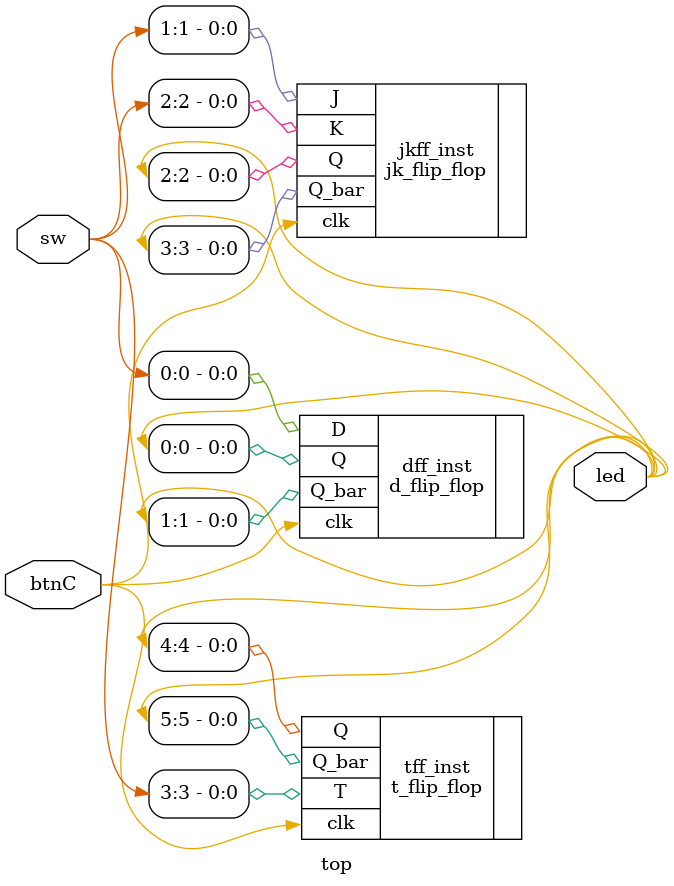
<source format=v>
module top(
    input [3:0] sw,
    input btnC,
    output [5:0] led
);
    // D Flip-Flop
    d_flip_flop dff_inst(
        .D(sw[0]),
        .clk(btnC),
        .Q(led[0]),
        .Q_bar(led[1])
    );

    // JK Flip-Flop
    jk_flip_flop jkff_inst(
        .J(sw[1]),
        .K(sw[2]),
        .clk(btnC),
        .Q(led[2]),
        .Q_bar(led[3])
    );

    // T Flip-Flop
    t_flip_flop tff_inst(
        .T(sw[3]),
        .clk(btnC),
        .Q(led[4]),
        .Q_bar(led[5])
    );
endmodule










</source>
